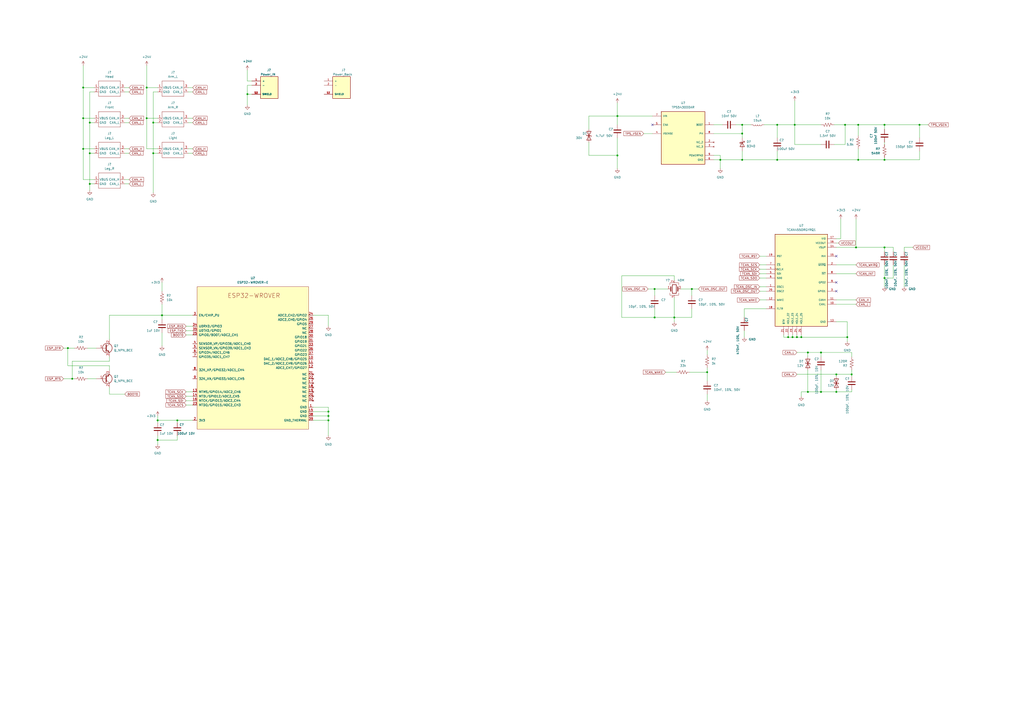
<source format=kicad_sch>
(kicad_sch (version 20211123) (generator eeschema)
  (paper "A2")
  (lib_symbols
    (symbol "Device:C" (pin_numbers hide) (pin_names (offset 0.254))
      (property "Reference" "C" (at 0.635 2.54 0))
      (property "Value" "C" (at 0.635 -2.54 0))
      (symbol "C_0_1"
        (polyline (pts (xy -2.032 -0.762) (xy 2.032 -0.762)) (stroke (width 0.508)))
        (polyline (pts (xy -2.032 0.762) (xy 2.032 0.762)) (stroke (width 0.508)))
      )
      (symbol "C_1_1"
        (pin passive line (at 0 3.81 270) (length 2.794) (name "~") (number "1"))
        (pin passive line (at 0 -3.81 90) (length 2.794) (name "~") (number "2"))
      )
    )
    (symbol "Device:Crystal_GND24" (pin_names (offset 1.016) hide)
      (property "Reference" "Y" (at 3.175 5.08 0))
      (property "Value" "Crystal_GND24" (at 3.175 3.175 0))
      (symbol "Crystal_GND24_0_1"
        (rectangle (start -1.143 2.54) (end 1.143 -2.54) (stroke (width 0.3048)))
        (polyline (pts (xy -2.54 0) (xy -2.032 0)))
        (polyline (pts (xy -2.032 -1.27) (xy -2.032 1.27)) (stroke (width 0.508)))
        (polyline (pts (xy 0 -3.81) (xy 0 -3.556)))
        (polyline (pts (xy 0 3.556) (xy 0 3.81)))
        (polyline (pts (xy 2.032 -1.27) (xy 2.032 1.27)) (stroke (width 0.508)))
        (polyline (pts (xy 2.032 0) (xy 2.54 0)))
        (polyline (pts (xy -2.54 -2.286) (xy -2.54 -3.556) (xy 2.54 -3.556) (xy 2.54 -2.286)))
        (polyline (pts (xy -2.54 2.286) (xy -2.54 3.556) (xy 2.54 3.556) (xy 2.54 2.286)))
      )
      (symbol "Crystal_GND24_1_1"
        (pin passive line (at -3.81 0 0) (length 1.27) (name "1") (number "1"))
        (pin passive line (at 0 5.08 270) (length 1.27) (name "2") (number "2"))
        (pin passive line (at 3.81 0 180) (length 1.27) (name "3") (number "3"))
        (pin passive line (at 0 -5.08 90) (length 1.27) (name "4") (number "4"))
      )
    )
    (symbol "Device:D_TVS" (pin_numbers hide) (pin_names (offset 1.016) hide)
      (property "Reference" "D" (at 0 2.54 0))
      (property "Value" "D_TVS" (at 0 -2.54 0))
      (symbol "D_TVS_0_1"
        (polyline (pts (xy 1.27 0) (xy -1.27 0)))
        (polyline (pts (xy 0.508 1.27) (xy 0 1.27) (xy 0 -1.27) (xy -0.508 -1.27)) (stroke (width 0.254)))
        (polyline (pts (xy -2.54 1.27) (xy -2.54 -1.27) (xy 2.54 1.27) (xy 2.54 -1.27) (xy -2.54 1.27)) (stroke (width 0.254)))
      )
      (symbol "D_TVS_1_1"
        (pin passive line (at -3.81 0 0) (length 2.54) (name "A1") (number "1"))
        (pin passive line (at 3.81 0 180) (length 2.54) (name "A2") (number "2"))
      )
    )
    (symbol "Device:L" (pin_numbers hide) (pin_names (offset 1.016) hide)
      (property "Reference" "L" (at -1.27 0 90))
      (property "Value" "L" (at 1.905 0 90))
      (symbol "L_0_1"
        (arc (start 0 -2.54) (mid 0.635 -1.905) (end 0 -1.27))
        (arc (start 0 -1.27) (mid 0.635 -0.635) (end 0 0))
        (arc (start 0 0) (mid 0.635 0.635) (end 0 1.27))
        (arc (start 0 1.27) (mid 0.635 1.905) (end 0 2.54))
      )
      (symbol "L_1_1"
        (pin passive line (at 0 3.81 270) (length 1.27) (name "1") (number "1"))
        (pin passive line (at 0 -3.81 90) (length 1.27) (name "2") (number "2"))
      )
    )
    (symbol "Device:Q_NPN_BCE" (pin_names (offset 0) hide)
      (property "Reference" "Q" (at 5.08 1.27 0))
      (property "Value" "Q_NPN_BCE" (at 5.08 -1.27 0))
      (symbol "Q_NPN_BCE_0_1"
        (polyline (pts (xy 0.635 0.635) (xy 2.54 2.54)))
        (polyline (pts (xy 0.635 -0.635) (xy 2.54 -2.54) (xy 2.54 -2.54)))
        (polyline (pts (xy 0.635 1.905) (xy 0.635 -1.905) (xy 0.635 -1.905)) (stroke (width 0.508)))
        (polyline (pts (xy 1.27 -1.778) (xy 1.778 -1.27) (xy 2.286 -2.286) (xy 1.27 -1.778) (xy 1.27 -1.778)) (fill (type outline)))
        (circle (center 1.27 0) (radius 2.8194) (stroke (width 0.254)))
      )
      (symbol "Q_NPN_BCE_1_1"
        (pin input line (at -5.08 0 0) (length 5.715) (name "B") (number "1"))
        (pin passive line (at 2.54 5.08 270) (length 2.54) (name "C") (number "2"))
        (pin passive line (at 2.54 -5.08 90) (length 2.54) (name "E") (number "3"))
      )
    )
    (symbol "Device:R_US" (pin_numbers hide) (pin_names (offset 0))
      (property "Reference" "R" (at 2.54 0 90))
      (property "Value" "R_US" (at -2.54 0 90))
      (symbol "R_US_0_1"
        (polyline (pts (xy 0 -2.286) (xy 0 -2.54)))
        (polyline (pts (xy 0 2.286) (xy 0 2.54)))
        (polyline (pts (xy 0 -0.762) (xy 1.016 -1.143) (xy 0 -1.524) (xy -1.016 -1.905) (xy 0 -2.286)))
        (polyline (pts (xy 0 0.762) (xy 1.016 0.381) (xy 0 0) (xy -1.016 -0.381) (xy 0 -0.762)))
        (polyline (pts (xy 0 2.286) (xy 1.016 1.905) (xy 0 1.524) (xy -1.016 1.143) (xy 0 0.762)))
      )
      (symbol "R_US_1_1"
        (pin passive line (at 0 3.81 270) (length 1.27) (name "~") (number "1"))
        (pin passive line (at 0 -3.81 90) (length 1.27) (name "~") (number "2"))
      )
    )
    (symbol "Diode:B340" (pin_numbers hide) (pin_names (offset 1.016) hide)
      (property "Reference" "D" (at 0 2.54 0))
      (property "Value" "B340" (at 0 -2.54 0))
      (symbol "B340_0_1"
        (polyline (pts (xy 1.27 0) (xy -1.27 0)))
        (polyline (pts (xy 1.27 1.27) (xy 1.27 -1.27) (xy -1.27 0) (xy 1.27 1.27)) (stroke (width 0.254)))
        (polyline (pts (xy -1.905 0.635) (xy -1.905 1.27) (xy -1.27 1.27) (xy -1.27 -1.27) (xy -0.635 -1.27) (xy -0.635 -0.635)) (stroke (width 0.254)))
      )
      (symbol "B340_1_1"
        (pin passive line (at -3.81 0 0) (length 2.54) (name "K") (number "1"))
        (pin passive line (at 3.81 0 180) (length 2.54) (name "A") (number "2"))
      )
    )
    (symbol "Espressif:ESP32-WROVER-E" (pin_names (offset 1.016))
      (property "Reference" "U" (at 0 43.18 0))
      (property "Value" "ESP32-WROVER-E" (at 0 -41.91 0))
      (symbol "ESP32-WROVER-E_0_1"
        (rectangle (start 33.02 41.91) (end -31.75 -40.64) (fill (type background)))
      )
      (symbol "ESP32-WROVER-E_1_1"
        (text "ESP32-­WROVER" (at 1.27 36.83 0) (effects (font (size 2.54 2.54))))
        (pin power_in line (at 35.56 -27.94 180) (length 2.54) (name "GND") (number "1"))
        (pin bidirectional line (at 35.56 0 180) (length 2.54) (name "DAC_1/ADC2_CH8/GPIO25") (number "10"))
        (pin bidirectional line (at 35.56 -2.54 180) (length 2.54) (name "DAC_2/ADC2_CH9/GPIO26") (number "11"))
        (pin bidirectional line (at 35.56 -5.08 180) (length 2.54) (name "ADC2_CH7/GPIO27") (number "12"))
        (pin bidirectional line (at -34.29 -19.05 0) (length 2.54) (name "MTMS/GPIO14/ADC2_CH6") (number "13"))
        (pin bidirectional line (at -34.29 -21.59 0) (length 2.54) (name "MTDI/GPIO12/ADC2_CH5") (number "14"))
        (pin power_in line (at 35.56 -30.48 180) (length 2.54) (name "GND") (number "15"))
        (pin bidirectional line (at -34.29 -24.13 0) (length 2.54) (name "MTCK/GPIO13/ADC2_CH4") (number "16"))
        (pin no_connect line (at 35.56 -13.97 180) (length 2.54) (name "NC") (number "17"))
        (pin no_connect line (at 35.56 -16.51 180) (length 2.54) (name "NC") (number "18"))
        (pin no_connect line (at 35.56 -19.05 180) (length 2.54) (name "NC") (number "19"))
        (pin power_in line (at -34.29 -35.56 0) (length 2.54) (name "3V3") (number "2"))
        (pin no_connect line (at 35.56 -21.59 180) (length 2.54) (name "NC") (number "20"))
        (pin no_connect line (at 35.56 -8.89 180) (length 2.54) (name "NC") (number "21"))
        (pin no_connect line (at 35.56 -11.43 180) (length 2.54) (name "NC") (number "22"))
        (pin bidirectional line (at -34.29 -26.67 0) (length 2.54) (name "MTDO/GPIO15/ADC2_CH3") (number "23"))
        (pin bidirectional line (at 35.56 25.4 180) (length 2.54) (name "ADC2_CH2/GPIO2") (number "24"))
        (pin bidirectional line (at -34.29 13.97 0) (length 2.54) (name "GPIO0/BOOT/ADC2_CH1") (number "25"))
        (pin bidirectional line (at 35.56 22.86 180) (length 2.54) (name "ADC2_CH0/GPIO4") (number "26"))
        (pin bidirectional line (at 35.56 17.78 180) (length 2.54) (name "NC") (number "27"))
        (pin bidirectional line (at 35.56 15.24 180) (length 2.54) (name "NC") (number "28"))
        (pin bidirectional line (at 35.56 20.32 180) (length 2.54) (name "GPIO5") (number "29"))
        (pin input line (at -34.29 25.4 0) (length 2.54) (name "EN/CHIP_PU") (number "3"))
        (pin bidirectional line (at 35.56 12.7 180) (length 2.54) (name "GPIO18") (number "30"))
        (pin bidirectional line (at 35.56 10.16 180) (length 2.54) (name "GPIO19") (number "31"))
        (pin no_connect line (at 35.56 -24.13 180) (length 2.54) (name "NC") (number "32"))
        (pin bidirectional line (at 35.56 7.62 180) (length 2.54) (name "GPIO21") (number "33"))
        (pin bidirectional line (at -34.29 19.05 0) (length 2.54) (name "U0RXD/GPIO3") (number "34"))
        (pin bidirectional line (at -34.29 16.51 0) (length 2.54) (name "U0TXD/GPIO1") (number "35"))
        (pin bidirectional line (at 35.56 5.08 180) (length 2.54) (name "GPIO22") (number "36"))
        (pin bidirectional line (at 35.56 2.54 180) (length 2.54) (name "GPIO23") (number "37"))
        (pin power_in line (at 35.56 -33.02 180) (length 2.54) (name "GND") (number "38"))
        (pin power_in line (at 35.56 -35.56 180) (length 2.54) (name "GND_THERMAL") (number "39"))
        (pin input line (at -34.29 8.89 0) (length 2.54) (name "SENSOR_VP/GPIO36/ADC1_CH0") (number "4"))
        (pin input line (at -34.29 6.35 0) (length 2.54) (name "SENSOR_VN/GPIO39/ADC1_CH3") (number "5"))
        (pin input line (at -34.29 3.81 0) (length 2.54) (name "GPIO34/ADC1_CH6") (number "6"))
        (pin input line (at -34.29 1.27 0) (length 2.54) (name "GPIO35/ADC1_CH7") (number "7"))
        (pin bidirectional line (at -34.29 -6.35 0) (length 2.54) (name "32K_XP/GPIO32/ADC1_CH4") (number "8"))
        (pin bidirectional line (at -34.29 -11.43 0) (length 2.54) (name "32K_XN/GPIO33/ADC1_CH5") (number "9"))
      )
    )
    (symbol "Rolling_Custom:TCAN4550RGYRQ1" (pin_names (offset 1.016))
      (property "Reference" "U?" (at 0 30.48 0))
      (property "Value" "TCAN4550RGYRQ1" (at 0 27.94 0))
      (symbol "TCAN4550RGYRQ1_0_0"
        (rectangle (start -15.24 -27.94) (end 15.24 25.4) (stroke (width 0.254)) (fill (type background)))
        (pin input line (at -20.32 -5.08 0) (length 5.08) (name "OSC1") (number "1"))
        (pin bidirectional line (at 20.32 -15.24 180) (length 5.08) (name "CANL") (number "10"))
        (pin bidirectional line (at 20.32 -12.7 180) (length 5.08) (name "CANH") (number "11"))
        (pin input line (at -20.32 -12.7 0) (length 5.08) (name "WAKE") (number "12"))
        (pin power_in line (at 20.32 -25.4 180) (length 5.08) (name "GND") (number "13"))
        (pin power_in line (at 20.32 17.78 180) (length 5.08) (name "VSUP") (number "14"))
        (pin output line (at 20.32 12.7 180) (length 5.08) (name "INH") (number "15"))
        (pin power_in line (at 20.32 20.32 180) (length 5.08) (name "VCCOUT") (number "16"))
        (pin power_in line (at 20.32 22.86 180) (length 5.08) (name "VIO") (number "17"))
        (pin passive line (at -20.32 -17.78 0) (length 5.08) (name "FLTR") (number "18"))
        (pin input line (at -20.32 12.7 0) (length 5.08) (name "RST") (number "19"))
        (pin output line (at 20.32 7.62 180) (length 5.08) (name "~{WKRQ}") (number "2"))
        (pin output line (at -20.32 -7.62 0) (length 5.08) (name "OSC2") (number "20"))
        (pin free line (at -10.16 -33.02 90) (length 5.08) (name "BTM") (number "21"))
        (pin free line (at -7.62 -33.02 90) (length 5.08) (name "HOLE_22") (number "22"))
        (pin free line (at -5.08 -33.02 90) (length 5.08) (name "HOLE_23") (number "23"))
        (pin free line (at -2.54 -33.02 90) (length 5.08) (name "HOLE_24") (number "24"))
        (pin free line (at 0 -33.02 90) (length 5.08) (name "HOLE_25") (number "25"))
        (pin bidirectional line (at 20.32 -7.62 180) (length 5.08) (name "GPIO1") (number "3"))
        (pin input clock (at -20.32 5.08 0) (length 5.08) (name "SCLK") (number "4"))
        (pin input line (at -20.32 2.54 0) (length 5.08) (name "SDI") (number "5"))
        (pin output line (at -20.32 0 0) (length 5.08) (name "SDO") (number "6"))
        (pin input line (at -20.32 7.62 0) (length 5.08) (name "~{CS}") (number "7"))
        (pin output line (at 20.32 2.54 180) (length 5.08) (name "~{INT}") (number "8"))
        (pin output line (at 20.32 -2.54 180) (length 5.08) (name "GPO2") (number "9"))
      )
    )
    (symbol "Rolling_Custom:TPS5430DDAR" (pin_names (offset 1.016))
      (property "Reference" "U" (at -12.7 16.2306 0))
      (property "Value" "TPS5430DDAR" (at -12.7 -19.2278 0))
      (symbol "TPS5430DDAR_0_0"
        (rectangle (start -12.7 -15.24) (end 12.7 15.24) (stroke (width 0.254)) (fill (type background)))
        (pin output line (at 17.78 7.62 180) (length 5.08) (name "BOOT") (number "1"))
        (pin no_connect line (at 17.78 -2.54 180) (length 5.08) (name "NC_2") (number "2"))
        (pin no_connect line (at 17.78 -5.08 180) (length 5.08) (name "NC_3") (number "3"))
        (pin input line (at -17.78 2.54 0) (length 5.08) (name "VSENSE") (number "4"))
        (pin input line (at -17.78 7.62 0) (length 5.08) (name "ENA") (number "5"))
        (pin power_in line (at 17.78 -12.7 180) (length 5.08) (name "GND") (number "6"))
        (pin power_in line (at -17.78 12.7 0) (length 5.08) (name "VIN") (number "7"))
        (pin bidirectional line (at 17.78 2.54 180) (length 5.08) (name "PH") (number "8"))
        (pin power_in line (at 17.78 -10.16 180) (length 5.08) (name "POWERPAD") (number "9"))
      )
    )
    (symbol "Rolling_Custom:XT30PW(2+2)"
      (property "Reference" "J" (at -5.08 3.81 0))
      (property "Value" "XT30PW(2+2)" (at 0 -5.08 0))
      (symbol "XT30PW(2+2)_0_1"
        (rectangle (start -6.35 5.08) (end 6.35 -3.81))
      )
      (symbol "XT30PW(2+2)_1_1"
        (pin power_in line (at -8.89 1.27 0) (length 2.54) (name "VBUS") (number "1"))
        (pin power_in line (at -8.89 -1.27 0) (length 2.54) (name "GND") (number "2"))
        (pin bidirectional line (at 8.89 1.27 180) (length 2.54) (name "CAN_H") (number "3"))
        (pin bidirectional line (at 8.89 -1.27 180) (length 2.54) (name "CAN_L") (number "4"))
      )
    )
    (symbol "Rolling_Custom:XT60PW-F" (pin_names (offset 1.016))
      (property "Reference" "J" (at -5.08 6.35 0))
      (property "Value" "XT60PW-F" (at -5.08 -8.89 0))
      (symbol "XT60PW-F_0_0"
        (rectangle (start -5.08 -7.62) (end 5.08 5.08) (stroke (width 0.254)) (fill (type background)))
        (pin passive line (at -10.16 2.54 0) (length 5.08) (name "+") (number "1"))
        (pin passive line (at -10.16 0 0) (length 5.08) (name "-") (number "2"))
        (pin passive line (at -10.16 -5.08 0) (length 5.08) (name "SHIELD") (number "S1"))
        (pin passive line (at -10.16 -5.08 0) (length 5.08) (name "SHIELD") (number "S2"))
      )
    )
    (symbol "Rolling_Custom:XT60PW-M" (pin_names (offset 1.016))
      (property "Reference" "J" (at -5.08 5.715 0))
      (property "Value" "XT60PW-M" (at -5.08 -5.08 0))
      (symbol "XT60PW-M_0_0"
        (rectangle (start -5.08 5.08) (end 5.08 -7.62) (stroke (width 0.254)) (fill (type background)))
        (pin passive line (at -10.16 2.54 0) (length 5.08) (name "+") (number "1"))
        (pin passive line (at -10.16 0 0) (length 5.08) (name "-") (number "2"))
        (pin passive line (at -10.16 -5.08 0) (length 5.08) (name "SHIELD") (number "S1"))
        (pin passive line (at -10.16 -5.08 0) (length 5.08) (name "SHIELD") (number "S2"))
      )
    )
    (symbol "power:+24V" (power) (pin_names (offset 0))
      (property "Value" "+24V" (at 0 3.556 0))
      (symbol "+24V_0_1"
        (polyline (pts (xy -0.762 1.27) (xy 0 2.54)))
        (polyline (pts (xy 0 0) (xy 0 2.54)))
        (polyline (pts (xy 0 2.54) (xy 0.762 1.27)))
      )
      (symbol "+24V_1_1"
        (pin power_in line (at 0 0 90) (length 0) hide (name "+24V") (number "1"))
      )
    )
    (symbol "power:+3.3V" (power) (pin_names (offset 0))
      (property "Value" "+3.3V" (at 0 3.556 0))
      (symbol "+3.3V_0_1"
        (polyline (pts (xy -0.762 1.27) (xy 0 2.54)))
        (polyline (pts (xy 0 0) (xy 0 2.54)))
        (polyline (pts (xy 0 2.54) (xy 0.762 1.27)))
      )
      (symbol "+3.3V_1_1"
        (pin power_in line (at 0 0 90) (length 0) hide (name "+3V3") (number "1"))
      )
    )
    (symbol "power:+3V3" (power) (pin_names (offset 0))
      (property "Value" "+3V3" (at 0 3.556 0))
      (symbol "+3V3_0_1"
        (polyline (pts (xy -0.762 1.27) (xy 0 2.54)))
        (polyline (pts (xy 0 0) (xy 0 2.54)))
        (polyline (pts (xy 0 2.54) (xy 0.762 1.27)))
      )
      (symbol "+3V3_1_1"
        (pin power_in line (at 0 0 90) (length 0) hide (name "+3V3") (number "1"))
      )
    )
    (symbol "power:GND" (power) (pin_names (offset 0))
      (property "Value" "GND" (at 0 -3.81 0))
      (symbol "GND_0_1"
        (polyline (pts (xy 0 0) (xy 0 -1.27) (xy 1.27 -1.27) (xy 0 -2.54) (xy -1.27 -1.27) (xy 0 -1.27)))
      )
      (symbol "GND_1_1"
        (pin power_in line (at 0 0 270) (length 0) hide (name "GND") (number "1"))
      )
    )
  )
  (junction (at 190.5 241.3))
  (junction (at 93.98 182.88))
  (junction (at 91.44 243.84))
  (junction (at 494.03 217.17))
  (junction (at 464.82 195.58))
  (junction (at 379.73 184.15))
  (junction (at 88.9 88.9))
  (junction (at 461.01 72.39))
  (junction (at 52.07 106.68))
  (junction (at 417.83 92.71))
  (junction (at 391.16 184.15))
  (junction (at 430.53 77.47))
  (junction (at 450.85 92.71))
  (junction (at 485.14 227.33))
  (junction (at 39.37 201.93))
  (junction (at 459.74 195.58))
  (junction (at 85.09 50.8))
  (junction (at 190.5 238.76))
  (junction (at 430.53 72.39))
  (junction (at 497.84 92.71))
  (junction (at 462.28 195.58))
  (junction (at 468.63 227.33))
  (junction (at 513.08 143.51))
  (junction (at 52.07 88.9))
  (junction (at 410.21 215.9))
  (junction (at 85.09 68.58))
  (junction (at 190.5 243.84))
  (junction (at 476.25 204.47))
  (junction (at 513.08 92.71))
  (junction (at 491.49 195.58))
  (junction (at 485.14 217.17))
  (junction (at 513.08 72.39))
  (junction (at 358.14 90.17))
  (junction (at 41.91 219.71))
  (junction (at 48.26 50.8))
  (junction (at 533.4 72.39))
  (junction (at 450.85 72.39))
  (junction (at 476.25 227.33))
  (junction (at 490.22 72.39))
  (junction (at 468.63 204.47))
  (junction (at 379.73 167.64))
  (junction (at 401.32 167.64))
  (junction (at 497.84 72.39))
  (junction (at 457.2 195.58))
  (junction (at 358.14 67.31))
  (junction (at 102.87 243.84))
  (junction (at 88.9 71.12))
  (junction (at 496.57 143.51))
  (junction (at 91.44 255.27))
  (junction (at 52.07 71.12))
  (junction (at 513.08 161.29))
  (junction (at 430.53 92.71))
  (junction (at 48.26 86.36))
  (junction (at 48.26 68.58))
  (junction (at 143.51 54.61))
  (no_connect (at 485.14 168.91))
  (no_connect (at 485.14 163.83))
  (no_connect (at 485.14 148.59))
  (no_connect (at 378.46 72.39))
  (wire (pts (xy 54.61 106.68) (xy 52.07 106.68)))
  (wire (pts (xy 496.57 143.51) (xy 485.14 143.51)))
  (wire (pts (xy 426.72 72.39) (xy 430.53 72.39)))
  (wire (pts (xy 48.26 38.1) (xy 48.26 50.8)))
  (wire (pts (xy 102.87 255.27) (xy 102.87 252.73)))
  (wire (pts (xy 36.83 219.71) (xy 41.91 219.71)))
  (wire (pts (xy 400.05 215.9) (xy 410.21 215.9)))
  (wire (pts (xy 417.83 90.17) (xy 417.83 92.71)))
  (wire (pts (xy 485.14 158.75) (xy 496.57 158.75)))
  (wire (pts (xy 494.03 214.63) (xy 494.03 217.17)))
  (wire (pts (xy 468.63 204.47) (xy 476.25 204.47)))
  (wire (pts (xy 497.84 86.36) (xy 497.84 92.71)))
  (wire (pts (xy 430.53 72.39) (xy 435.61 72.39)))
  (wire (pts (xy 48.26 68.58) (xy 48.26 86.36)))
  (wire (pts (xy 533.4 72.39) (xy 513.08 72.39)))
  (wire (pts (xy 181.61 236.22) (xy 190.5 236.22)))
  (wire (pts (xy 88.9 111.76) (xy 88.9 88.9)))
  (wire (pts (xy 533.4 87.63) (xy 533.4 92.71)))
  (wire (pts (xy 190.5 238.76) (xy 190.5 241.3)))
  (wire (pts (xy 461.01 72.39) (xy 476.25 72.39)))
  (wire (pts (xy 417.83 92.71) (xy 417.83 97.79)))
  (wire (pts (xy 109.22 88.9) (xy 111.76 88.9)))
  (wire (pts (xy 457.2 195.58) (xy 459.74 195.58)))
  (wire (pts (xy 375.92 167.64) (xy 379.73 167.64)))
  (wire (pts (xy 513.08 143.51) (xy 518.16 143.51)))
  (wire (pts (xy 457.2 194.31) (xy 457.2 195.58)))
  (wire (pts (xy 518.16 153.67) (xy 518.16 161.29)))
  (wire (pts (xy 414.02 72.39) (xy 419.1 72.39)))
  (wire (pts (xy 102.87 243.84) (xy 111.76 243.84)))
  (wire (pts (xy 450.85 87.63) (xy 450.85 92.71)))
  (wire (pts (xy 72.39 71.12) (xy 74.93 71.12)))
  (wire (pts (xy 430.53 87.63) (xy 430.53 92.71)))
  (wire (pts (xy 41.91 219.71) (xy 41.91 209.55)))
  (wire (pts (xy 85.09 50.8) (xy 91.44 50.8)))
  (wire (pts (xy 341.63 82.55) (xy 341.63 90.17)))
  (wire (pts (xy 483.87 83.82) (xy 490.22 83.82)))
  (wire (pts (xy 52.07 88.9) (xy 54.61 88.9)))
  (wire (pts (xy 387.35 167.64) (xy 379.73 167.64)))
  (wire (pts (xy 48.26 104.14) (xy 48.26 86.36)))
  (wire (pts (xy 410.21 213.36) (xy 410.21 215.9)))
  (wire (pts (xy 513.08 72.39) (xy 497.84 72.39)))
  (wire (pts (xy 91.44 252.73) (xy 91.44 255.27)))
  (wire (pts (xy 391.16 172.72) (xy 391.16 184.15)))
  (wire (pts (xy 48.26 50.8) (xy 48.26 68.58)))
  (wire (pts (xy 379.73 184.15) (xy 391.16 184.15)))
  (wire (pts (xy 468.63 207.01) (xy 468.63 204.47)))
  (wire (pts (xy 513.08 91.44) (xy 513.08 92.71)))
  (wire (pts (xy 494.03 226.06) (xy 494.03 227.33)))
  (wire (pts (xy 524.51 143.51) (xy 529.59 143.51)))
  (wire (pts (xy 494.03 217.17) (xy 494.03 218.44)))
  (wire (pts (xy 52.07 88.9) (xy 52.07 71.12)))
  (wire (pts (xy 485.14 173.99) (xy 496.57 173.99)))
  (wire (pts (xy 88.9 88.9) (xy 91.44 88.9)))
  (wire (pts (xy 414.02 77.47) (xy 430.53 77.47)))
  (wire (pts (xy 72.39 228.6) (xy 63.5 228.6)))
  (wire (pts (xy 440.69 153.67) (xy 444.5 153.67)))
  (wire (pts (xy 107.95 227.33) (xy 111.76 227.33)))
  (wire (pts (xy 497.84 72.39) (xy 497.84 78.74)))
  (wire (pts (xy 394.97 167.64) (xy 401.32 167.64)))
  (wire (pts (xy 485.14 227.33) (xy 476.25 227.33)))
  (wire (pts (xy 487.68 127) (xy 487.68 138.43)))
  (wire (pts (xy 72.39 50.8) (xy 74.93 50.8)))
  (wire (pts (xy 468.63 214.63) (xy 468.63 227.33)))
  (wire (pts (xy 496.57 143.51) (xy 513.08 143.51)))
  (wire (pts (xy 85.09 68.58) (xy 85.09 86.36)))
  (wire (pts (xy 190.5 241.3) (xy 190.5 243.84)))
  (wire (pts (xy 181.61 241.3) (xy 190.5 241.3)))
  (wire (pts (xy 462.28 217.17) (xy 485.14 217.17)))
  (wire (pts (xy 518.16 143.51) (xy 518.16 146.05)))
  (wire (pts (xy 513.08 143.51) (xy 513.08 146.05)))
  (wire (pts (xy 72.39 106.68) (xy 74.93 106.68)))
  (wire (pts (xy 450.85 92.71) (xy 497.84 92.71)))
  (wire (pts (xy 358.14 67.31) (xy 358.14 59.69)))
  (wire (pts (xy 358.14 67.31) (xy 378.46 67.31)))
  (wire (pts (xy 107.95 229.87) (xy 111.76 229.87)))
  (wire (pts (xy 485.14 186.69) (xy 491.49 186.69)))
  (wire (pts (xy 41.91 219.71) (xy 43.18 219.71)))
  (wire (pts (xy 48.26 68.58) (xy 54.61 68.58)))
  (wire (pts (xy 109.22 53.34) (xy 111.76 53.34)))
  (wire (pts (xy 85.09 68.58) (xy 91.44 68.58)))
  (wire (pts (xy 107.95 232.41) (xy 111.76 232.41)))
  (wire (pts (xy 52.07 71.12) (xy 54.61 71.12)))
  (wire (pts (xy 93.98 182.88) (xy 63.5 182.88)))
  (wire (pts (xy 485.14 217.17) (xy 485.14 218.44)))
  (wire (pts (xy 468.63 227.33) (xy 464.82 227.33)))
  (wire (pts (xy 190.5 236.22) (xy 190.5 238.76)))
  (wire (pts (xy 358.14 90.17) (xy 358.14 97.79)))
  (wire (pts (xy 454.66 194.31) (xy 454.66 195.58)))
  (wire (pts (xy 494.03 204.47) (xy 494.03 207.01)))
  (wire (pts (xy 410.21 215.9) (xy 410.21 220.98)))
  (wire (pts (xy 93.98 193.04) (xy 93.98 200.66)))
  (wire (pts (xy 497.84 92.71) (xy 513.08 92.71)))
  (wire (pts (xy 358.14 80.01) (xy 358.14 90.17)))
  (wire (pts (xy 401.32 179.07) (xy 401.32 184.15)))
  (wire (pts (xy 102.87 243.84) (xy 102.87 245.11)))
  (wire (pts (xy 146.05 49.53) (xy 143.51 49.53)))
  (wire (pts (xy 373.38 77.47) (xy 378.46 77.47)))
  (wire (pts (xy 431.8 179.07) (xy 431.8 184.15)))
  (wire (pts (xy 91.44 255.27) (xy 102.87 255.27)))
  (wire (pts (xy 430.53 77.47) (xy 430.53 72.39)))
  (wire (pts (xy 518.16 161.29) (xy 513.08 161.29)))
  (wire (pts (xy 450.85 72.39) (xy 450.85 80.01)))
  (wire (pts (xy 401.32 167.64) (xy 405.13 167.64)))
  (wire (pts (xy 63.5 207.01) (xy 63.5 209.55)))
  (wire (pts (xy 464.82 227.33) (xy 464.82 229.87)))
  (wire (pts (xy 494.03 217.17) (xy 485.14 217.17)))
  (wire (pts (xy 109.22 71.12) (xy 111.76 71.12)))
  (wire (pts (xy 379.73 179.07) (xy 379.73 184.15)))
  (wire (pts (xy 379.73 167.64) (xy 379.73 171.45)))
  (wire (pts (xy 91.44 255.27) (xy 91.44 257.81)))
  (wire (pts (xy 485.14 153.67) (xy 496.57 153.67)))
  (wire (pts (xy 143.51 49.53) (xy 143.51 54.61)))
  (wire (pts (xy 88.9 71.12) (xy 88.9 53.34)))
  (wire (pts (xy 54.61 104.14) (xy 48.26 104.14)))
  (wire (pts (xy 485.14 176.53) (xy 496.57 176.53)))
  (wire (pts (xy 85.09 38.1) (xy 85.09 50.8)))
  (wire (pts (xy 468.63 204.47) (xy 462.28 204.47)))
  (wire (pts (xy 410.21 203.2) (xy 410.21 205.74)))
  (wire (pts (xy 52.07 106.68) (xy 52.07 88.9)))
  (wire (pts (xy 52.07 106.68) (xy 52.07 110.49)))
  (wire (pts (xy 386.08 215.9) (xy 392.43 215.9)))
  (wire (pts (xy 476.25 83.82) (xy 461.01 83.82)))
  (wire (pts (xy 72.39 86.36) (xy 74.93 86.36)))
  (wire (pts (xy 360.68 160.02) (xy 360.68 184.15)))
  (wire (pts (xy 85.09 86.36) (xy 91.44 86.36)))
  (wire (pts (xy 143.51 54.61) (xy 143.51 60.96)))
  (wire (pts (xy 50.8 201.93) (xy 55.88 201.93)))
  (wire (pts (xy 107.95 194.31) (xy 111.76 194.31)))
  (wire (pts (xy 450.85 72.39) (xy 443.23 72.39)))
  (wire (pts (xy 485.14 226.06) (xy 485.14 227.33)))
  (wire (pts (xy 491.49 186.69) (xy 491.49 195.58)))
  (wire (pts (xy 63.5 228.6) (xy 63.5 224.79)))
  (wire (pts (xy 401.32 184.15) (xy 391.16 184.15)))
  (wire (pts (xy 181.61 238.76) (xy 190.5 238.76)))
  (wire (pts (xy 181.61 182.88) (xy 190.5 182.88)))
  (wire (pts (xy 461.01 83.82) (xy 461.01 72.39)))
  (wire (pts (xy 513.08 161.29) (xy 513.08 153.67)))
  (wire (pts (xy 464.82 194.31) (xy 464.82 195.58)))
  (wire (pts (xy 48.26 86.36) (xy 54.61 86.36)))
  (wire (pts (xy 524.51 146.05) (xy 524.51 143.51)))
  (wire (pts (xy 490.22 72.39) (xy 483.87 72.39)))
  (wire (pts (xy 440.69 166.37) (xy 444.5 166.37)))
  (wire (pts (xy 91.44 241.3) (xy 91.44 243.84)))
  (wire (pts (xy 440.69 173.99) (xy 444.5 173.99)))
  (wire (pts (xy 414.02 90.17) (xy 417.83 90.17)))
  (wire (pts (xy 102.87 243.84) (xy 91.44 243.84)))
  (wire (pts (xy 72.39 68.58) (xy 74.93 68.58)))
  (wire (pts (xy 524.51 153.67) (xy 524.51 166.37)))
  (wire (pts (xy 440.69 156.21) (xy 444.5 156.21)))
  (wire (pts (xy 72.39 104.14) (xy 74.93 104.14)))
  (wire (pts (xy 459.74 194.31) (xy 459.74 195.58)))
  (wire (pts (xy 410.21 228.6) (xy 410.21 232.41)))
  (wire (pts (xy 107.95 191.77) (xy 111.76 191.77)))
  (wire (pts (xy 190.5 243.84) (xy 190.5 252.73)))
  (wire (pts (xy 72.39 88.9) (xy 74.93 88.9)))
  (wire (pts (xy 401.32 167.64) (xy 401.32 171.45)))
  (wire (pts (xy 454.66 195.58) (xy 457.2 195.58)))
  (wire (pts (xy 431.8 179.07) (xy 444.5 179.07)))
  (wire (pts (xy 93.98 163.83) (xy 93.98 168.91)))
  (wire (pts (xy 476.25 227.33) (xy 468.63 227.33)))
  (wire (pts (xy 440.69 161.29) (xy 444.5 161.29)))
  (wire (pts (xy 41.91 209.55) (xy 63.5 209.55)))
  (wire (pts (xy 414.02 92.71) (xy 417.83 92.71)))
  (wire (pts (xy 491.49 195.58) (xy 491.49 198.12)))
  (wire (pts (xy 459.74 195.58) (xy 462.28 195.58)))
  (wire (pts (xy 39.37 212.09) (xy 63.5 212.09)))
  (wire (pts (xy 461.01 58.42) (xy 461.01 72.39)))
  (wire (pts (xy 341.63 90.17) (xy 358.14 90.17)))
  (wire (pts (xy 85.09 50.8) (xy 85.09 68.58)))
  (wire (pts (xy 513.08 82.55) (xy 513.08 83.82)))
  (wire (pts (xy 513.08 72.39) (xy 513.08 74.93)))
  (wire (pts (xy 497.84 72.39) (xy 490.22 72.39)))
  (wire (pts (xy 93.98 182.88) (xy 111.76 182.88)))
  (wire (pts (xy 107.95 189.23) (xy 111.76 189.23)))
  (wire (pts (xy 440.69 148.59) (xy 444.5 148.59)))
  (wire (pts (xy 341.63 67.31) (xy 341.63 74.93)))
  (wire (pts (xy 72.39 53.34) (xy 74.93 53.34)))
  (wire (pts (xy 485.14 138.43) (xy 487.68 138.43)))
  (wire (pts (xy 431.8 191.77) (xy 431.8 195.58)))
  (wire (pts (xy 48.26 50.8) (xy 54.61 50.8)))
  (wire (pts (xy 464.82 195.58) (xy 491.49 195.58)))
  (wire (pts (xy 88.9 53.34) (xy 91.44 53.34)))
  (wire (pts (xy 358.14 67.31) (xy 341.63 67.31)))
  (wire (pts (xy 190.5 182.88) (xy 190.5 189.23)))
  (wire (pts (xy 496.57 127) (xy 496.57 143.51)))
  (wire (pts (xy 107.95 234.95) (xy 111.76 234.95)))
  (wire (pts (xy 39.37 201.93) (xy 43.18 201.93)))
  (wire (pts (xy 513.08 92.71) (xy 533.4 92.71)))
  (wire (pts (xy 462.28 194.31) (xy 462.28 195.58)))
  (wire (pts (xy 109.22 50.8) (xy 111.76 50.8)))
  (wire (pts (xy 461.01 72.39) (xy 450.85 72.39)))
  (wire (pts (xy 513.08 161.29) (xy 513.08 166.37)))
  (wire (pts (xy 476.25 204.47) (xy 494.03 204.47)))
  (wire (pts (xy 63.5 212.09) (xy 63.5 214.63)))
  (wire (pts (xy 93.98 182.88) (xy 93.98 185.42)))
  (wire (pts (xy 391.16 160.02) (xy 360.68 160.02)))
  (wire (pts (xy 450.85 92.71) (xy 430.53 92.71)))
  (wire (pts (xy 391.16 162.56) (xy 391.16 160.02)))
  (wire (pts (xy 485.14 140.97) (xy 486.41 140.97)))
  (wire (pts (xy 391.16 184.15) (xy 391.16 186.69)))
  (wire (pts (xy 533.4 72.39) (xy 538.48 72.39)))
  (wire (pts (xy 430.53 77.47) (xy 430.53 80.01)))
  (wire (pts (xy 36.83 201.93) (xy 39.37 201.93)))
  (wire (pts (xy 430.53 92.71) (xy 417.83 92.71)))
  (wire (pts (xy 50.8 219.71) (xy 55.88 219.71)))
  (wire (pts (xy 462.28 195.58) (xy 464.82 195.58)))
  (wire (pts (xy 39.37 201.93) (xy 39.37 212.09)))
  (wire (pts (xy 476.25 214.63) (xy 476.25 227.33)))
  (wire (pts (xy 143.51 46.99) (xy 143.51 40.64)))
  (wire (pts (xy 52.07 53.34) (xy 54.61 53.34)))
  (wire (pts (xy 476.25 204.47) (xy 476.25 207.01)))
  (wire (pts (xy 360.68 184.15) (xy 379.73 184.15)))
  (wire (pts (xy 485.14 227.33) (xy 494.03 227.33)))
  (wire (pts (xy 490.22 83.82) (xy 490.22 72.39)))
  (wire (pts (xy 91.44 243.84) (xy 91.44 245.11)))
  (wire (pts (xy 88.9 88.9) (xy 88.9 71.12)))
  (wire (pts (xy 181.61 243.84) (xy 190.5 243.84)))
  (wire (pts (xy 93.98 176.53) (xy 93.98 182.88)))
  (wire (pts (xy 88.9 71.12) (xy 91.44 71.12)))
  (wire (pts (xy 440.69 168.91) (xy 444.5 168.91)))
  (wire (pts (xy 358.14 67.31) (xy 358.14 72.39)))
  (wire (pts (xy 109.22 86.36) (xy 111.76 86.36)))
  (wire (pts (xy 533.4 72.39) (xy 533.4 80.01)))
  (wire (pts (xy 146.05 46.99) (xy 143.51 46.99)))
  (wire (pts (xy 440.69 158.75) (xy 444.5 158.75)))
  (wire (pts (xy 109.22 68.58) (xy 111.76 68.58)))
  (wire (pts (xy 63.5 182.88) (xy 63.5 196.85)))
  (wire (pts (xy 52.07 71.12) (xy 52.07 53.34)))
  (wire (pts (xy 146.05 54.61) (xy 143.51 54.61)))
  (global_label "TCAN_OSC_IN" (shape input) (at 375.92 167.64 180) (property "Intersheet References" "${INTERSHEET_REFS}" (effects hide)))
  (global_label "ESP_DTR" (shape input) (at 36.83 201.93 180) (property "Intersheet References" "${INTERSHEET_REFS}" (effects hide)))
  (global_label "CAN_L" (shape input) (at 74.93 106.68 0) (property "Intersheet References" "${INTERSHEET_REFS}" (effects hide)))
  (global_label "CAN_H" (shape input) (at 111.76 86.36 0) (property "Intersheet References" "${INTERSHEET_REFS}" (effects hide)))
  (global_label "TCAN_WKRQ" (shape input) (at 496.57 153.67 0) (property "Intersheet References" "${INTERSHEET_REFS}" (effects hide)))
  (global_label "ESP_TXD" (shape input) (at 107.95 191.77 180) (property "Intersheet References" "${INTERSHEET_REFS}" (effects hide)))
  (global_label "TCAN_SDO" (shape input) (at 107.95 229.87 180) (property "Intersheet References" "${INTERSHEET_REFS}" (effects hide)))
  (global_label "TCAN_SDO" (shape input) (at 440.69 161.29 180) (property "Intersheet References" "${INTERSHEET_REFS}" (effects hide)))
  (global_label "CAN_L" (shape input) (at 462.28 204.47 180) (property "Intersheet References" "${INTERSHEET_REFS}" (effects hide)))
  (global_label "CAN_L" (shape input) (at 74.93 53.34 0) (property "Intersheet References" "${INTERSHEET_REFS}" (effects hide)))
  (global_label "CAN_H" (shape input) (at 74.93 50.8 0) (property "Intersheet References" "${INTERSHEET_REFS}" (effects hide)))
  (global_label "CAN_H" (shape input) (at 462.28 217.17 180) (property "Intersheet References" "${INTERSHEET_REFS}" (effects hide)))
  (global_label "CAN_L" (shape input) (at 111.76 88.9 0) (property "Intersheet References" "${INTERSHEET_REFS}" (effects hide)))
  (global_label "TCAN_SCK" (shape input) (at 440.69 156.21 180) (property "Intersheet References" "${INTERSHEET_REFS}" (effects hide)))
  (global_label "TCAN_WAKE" (shape input) (at 386.08 215.9 180) (property "Intersheet References" "${INTERSHEET_REFS}" (effects hide)))
  (global_label "CAN_L" (shape input) (at 74.93 88.9 0) (property "Intersheet References" "${INTERSHEET_REFS}" (effects hide)))
  (global_label "TCAN_OSC_OUT" (shape input) (at 405.13 167.64 0) (property "Intersheet References" "${INTERSHEET_REFS}" (effects hide)))
  (global_label "VCCOUT" (shape input) (at 486.41 140.97 0) (property "Intersheet References" "${INTERSHEET_REFS}" (effects hide)))
  (global_label "TCAN_INT" (shape input) (at 496.57 158.75 0) (property "Intersheet References" "${INTERSHEET_REFS}" (effects hide)))
  (global_label "TCAN_SDI" (shape input) (at 440.69 158.75 180) (property "Intersheet References" "${INTERSHEET_REFS}" (effects hide)))
  (global_label "VCCOUT" (shape input) (at 529.59 143.51 0) (property "Intersheet References" "${INTERSHEET_REFS}" (effects hide)))
  (global_label "ESP_RTS" (shape input) (at 36.83 219.71 180) (property "Intersheet References" "${INTERSHEET_REFS}" (effects hide)))
  (global_label "CAN_L" (shape input) (at 496.57 176.53 0) (property "Intersheet References" "${INTERSHEET_REFS}" (effects hide)))
  (global_label "CAN_L" (shape input) (at 111.76 71.12 0) (property "Intersheet References" "${INTERSHEET_REFS}" (effects hide)))
  (global_label "CAN_H" (shape input) (at 74.93 86.36 0) (property "Intersheet References" "${INTERSHEET_REFS}" (effects hide)))
  (global_label "TCAN_OSC_OUT" (shape input) (at 440.69 168.91 180) (property "Intersheet References" "${INTERSHEET_REFS}" (effects hide)))
  (global_label "TCAN_RST" (shape input) (at 440.69 148.59 180) (property "Intersheet References" "${INTERSHEET_REFS}" (effects hide)))
  (global_label "TPS_VSEN" (shape input) (at 373.38 77.47 180) (property "Intersheet References" "${INTERSHEET_REFS}" (effects hide)))
  (global_label "CAN_H" (shape input) (at 496.57 173.99 0) (property "Intersheet References" "${INTERSHEET_REFS}" (effects hide)))
  (global_label "CAN_H" (shape input) (at 74.93 104.14 0) (property "Intersheet References" "${INTERSHEET_REFS}" (effects hide)))
  (global_label "CAN_L" (shape input) (at 111.76 53.34 0) (property "Intersheet References" "${INTERSHEET_REFS}" (effects hide)))
  (global_label "TPS_VSEN" (shape input) (at 538.48 72.39 0) (property "Intersheet References" "${INTERSHEET_REFS}" (effects hide)))
  (global_label "TCAN_SDI" (shape input) (at 107.95 232.41 180) (property "Intersheet References" "${INTERSHEET_REFS}" (effects hide)))
  (global_label "CAN_H" (shape input) (at 111.76 68.58 0) (property "Intersheet References" "${INTERSHEET_REFS}" (effects hide)))
  (global_label "CAN_H" (shape input) (at 111.76 50.8 0) (property "Intersheet References" "${INTERSHEET_REFS}" (effects hide)))
  (global_label "TCAN_OSC_IN" (shape input) (at 440.69 166.37 180) (property "Intersheet References" "${INTERSHEET_REFS}" (effects hide)))
  (global_label "TCAN_WAKE" (shape input) (at 440.69 173.99 180) (property "Intersheet References" "${INTERSHEET_REFS}" (effects hide)))
  (global_label "ESP_RXD" (shape input) (at 107.95 189.23 180) (property "Intersheet References" "${INTERSHEET_REFS}" (effects hide)))
  (global_label "CAN_H" (shape input) (at 74.93 68.58 0) (property "Intersheet References" "${INTERSHEET_REFS}" (effects hide)))
  (global_label "CAN_L" (shape input) (at 74.93 71.12 0) (property "Intersheet References" "${INTERSHEET_REFS}" (effects hide)))
  (global_label "TCAN_SCK" (shape input) (at 107.95 227.33 180) (property "Intersheet References" "${INTERSHEET_REFS}" (effects hide)))
  (global_label "TCAN_SCS" (shape input) (at 440.69 153.67 180) (property "Intersheet References" "${INTERSHEET_REFS}" (effects hide)))
  (global_label "TCAN_SCS" (shape input) (at 107.95 234.95 180) (property "Intersheet References" "${INTERSHEET_REFS}" (effects hide)))
  (global_label "BOOT0" (shape input) (at 72.39 228.6 0) (property "Intersheet References" "${INTERSHEET_REFS}" (effects hide)))
  (global_label "BOOT0" (shape input) (at 107.95 194.31 180) (property "Intersheet References" "${INTERSHEET_REFS}" (effects hide)))
  (symbol (lib_id "Rolling_Custom:XT60PW-F") (at 156.21 49.53 0) (unit 1)
    (property "Reference" "J?" (at 154.94 40.64 0) (effects (justify left)))
    (property "Value" "Power_IN" (at 151.13 43.18 0) (effects (justify left)))
    (property "Footprint" "Rolling_Custom:AMASS_XT60PW-F" (effects hide))
    (property "MAXIMUM_PACKAGE_HEIGHT" "8.4 mm" (effects hide))
    (property "MANUFACTURER" "AMASS" (effects hide))
    (property "PARTREV" "V1.2" (effects hide))
    (property "STANDARD" "Manufacturer Recommendations" (effects hide))
  )
  (symbol (lib_id "power:+24V") (at 85.09 38.1 0) (unit 1)
    (property "Reference" "#PWR?" (effects hide))
    (property "Value" "+24V" (at 85.09 33.02 0))
  )
  (symbol (lib_id "power:GND") (at 190.5 252.73 0) (unit 1)
    (property "Reference" "#PWR?" (effects hide))
    (property "Value" "GND" (at 190.5 257.81 0))
  )
  (symbol (lib_id "power:+3V3") (at 93.98 163.83 0) (unit 1)
    (property "Reference" "#PWR?" (effects hide))
    (property "Value" "+3V3" (at 90.17 163.83 0))
  )
  (symbol (lib_id "power:GND") (at 513.08 166.37 0) (unit 1)
    (property "Reference" "#PWR?" (effects hide))
    (property "Value" "GND" (at 515.62 167.6399 0) (effects (justify left)))
  )
  (symbol (lib_id "Device:R_US") (at 497.84 82.55 0) (mirror y) (unit 1)
    (property "Reference" "R?" (at 495.3 81.2799 0) (effects (justify left)))
    (property "Value" "5.9k" (at 495.3 83.8199 0) (effects (justify left)))
    (property "Footprint" "Resistor_SMD:R_0402_1005Metric" (effects hide))
  )
  (symbol (lib_id "power:+3.3V") (at 487.68 127 0) (unit 1)
    (property "Reference" "#PWR?" (effects hide))
    (property "Value" "+3.3V" (at 487.68 121.92 0))
  )
  (symbol (lib_id "Device:R_US") (at 480.06 72.39 270) (mirror x) (unit 1)
    (property "Reference" "R?" (at 480.06 66.04 90))
    (property "Value" "10k" (at 480.06 68.58 90))
    (property "Footprint" "Resistor_SMD:R_0402_1005Metric" (effects hide))
  )
  (symbol (lib_id "Device:C") (at 422.91 72.39 90) (unit 1)
    (property "Reference" "C?" (at 422.91 64.77 90))
    (property "Value" "10nf 50V" (at 422.91 67.31 90))
    (property "Footprint" "Capacitor_SMD:C_0402_1005Metric" (effects hide))
  )
  (symbol (lib_id "Device:Crystal_GND24") (at 391.16 167.64 0) (unit 1)
    (property "Reference" "Y?" (at 387.35 162.56 0))
    (property "Value" "40M" (at 394.97 162.56 0))
    (property "Footprint" "Oscillator:Oscillator_SMD_EuroQuartz_XO32-4Pin_3.2x2.5mm" (effects hide))
  )
  (symbol (lib_id "Rolling_Custom:TPS5430DDAR") (at 396.24 80.01 0) (unit 1)
    (property "Reference" "U?" (at 396.24 59.69 0))
    (property "Value" "TPS5430DDAR" (at 396.24 62.23 0))
    (property "Footprint" "Rolling_Custom:TPS5430DDAR" (effects hide))
    (property "PARTREV" "I" (effects hide))
    (property "MANUFACTURER" "Texas Instruments" (effects hide))
    (property "STANDARD" "Manufacturer Recommendations" (effects hide))
    (property "MAXIMUM_PACKAGE_HEIGHT" "1.70 mm" (effects hide))
  )
  (symbol (lib_id "Device:C") (at 102.87 248.92 180) (unit 1)
    (property "Reference" "C?" (at 105.41 246.38 0))
    (property "Value" "100uf 10V" (at 107.95 251.46 0))
    (property "Footprint" "Capacitor_SMD:C_0805_2012Metric" (effects hide))
  )
  (symbol (lib_id "power:GND") (at 391.16 186.69 0) (unit 1)
    (property "Reference" "#PWR?" (effects hide))
    (property "Value" "GND" (at 391.16 191.77 0))
  )
  (symbol (lib_id "Rolling_Custom:XT30PW(2+2)") (at 100.33 69.85 0) (unit 1)
    (property "Reference" "J?" (at 100.33 59.69 0))
    (property "Value" "Arm_R" (at 100.33 62.23 0))
    (property "Footprint" "Rolling_Custom:XT30PW(2+2)" (effects hide))
  )
  (symbol (lib_id "power:GND") (at 358.14 97.79 0) (unit 1)
    (property "Reference" "#PWR?" (effects hide))
    (property "Value" "GND" (at 358.14 102.87 0))
  )
  (symbol (lib_id "Device:C") (at 358.14 76.2 0) (unit 1)
    (property "Reference" "C?" (at 353.06 74.93 0) (effects (justify left)))
    (property "Value" "4.7uF 50V" (at 345.44 78.74 0) (effects (justify left)))
    (property "Footprint" "Capacitor_SMD:C_0805_2012Metric" (effects hide))
  )
  (symbol (lib_id "Device:D_TVS") (at 341.63 78.74 90) (unit 1)
    (property "Reference" "D?" (at 337.82 77.47 90) (effects (justify right)))
    (property "Value" "30V" (at 334.01 80.01 90) (effects (justify right)))
    (property "Footprint" "Diode_SMD:D_SMA" (effects hide))
  )
  (symbol (lib_id "Device:Q_NPN_BCE") (at 60.96 201.93 0) (unit 1)
    (property "Reference" "Q?" (at 66.04 200.6599 0) (effects (justify left)))
    (property "Value" "Q_NPN_BCE" (at 66.04 203.1999 0) (effects (justify left)))
    (property "Footprint" "Package_TO_SOT_SMD:SOT-23" (effects hide))
  )
  (symbol (lib_id "Device:C") (at 476.25 210.82 180) (unit 1)
    (property "Reference" "C?" (at 474.98 208.28 0) (effects (justify left)))
    (property "Value" "100pF, 10%, 10V" (at 473.71 212.09 90) (effects (justify left)))
    (property "Footprint" "Capacitor_SMD:C_0402_1005Metric" (effects hide))
  )
  (symbol (lib_id "Espressif:ESP32-WROVER-E") (at 146.05 208.28 0) (unit 1)
    (property "Reference" "U?" (at 146.685 161.29 0))
    (property "Value" "ESP32-WROVER-E" (at 146.685 163.83 0))
    (property "Footprint" "Espressif:ESP32-WROVER-E" (effects hide))
    (property "Datasheet" "https://www.espressif.com/sites/default/files/documentation/esp32-wrover-e_esp32-wrover-ie_datasheet_en.pdf" (effects hide))
  )
  (symbol (lib_id "power:+3V3") (at 461.01 58.42 0) (unit 1)
    (property "Reference" "#PWR?" (effects hide))
    (property "Value" "+3V3" (at 461.01 53.34 0))
  )
  (symbol (lib_id "Rolling_Custom:XT30PW(2+2)") (at 63.5 52.07 0) (unit 1)
    (property "Reference" "J?" (at 63.5 41.91 0))
    (property "Value" "Head" (at 63.5 44.45 0))
    (property "Footprint" "Rolling_Custom:XT30PW(2+2)" (effects hide))
  )
  (symbol (lib_id "Device:C") (at 379.73 175.26 180) (unit 1)
    (property "Reference" "C?" (at 383.54 173.9899 0) (effects (justify right)))
    (property "Value" "10pF, 10%, 50V" (at 364.49 177.8 0) (effects (justify right)))
    (property "Footprint" "Capacitor_SMD:C_0402_1005Metric" (effects hide))
  )
  (symbol (lib_id "power:GND") (at 431.8 195.58 0) (unit 1)
    (property "Reference" "#PWR?" (effects hide))
    (property "Value" "GND" (at 434.34 196.8499 0) (effects (justify left)))
  )
  (symbol (lib_id "Device:R_US") (at 46.99 219.71 90) (unit 1)
    (property "Reference" "R?" (at 46.99 213.36 90))
    (property "Value" "10k" (at 46.99 215.9 90))
    (property "Footprint" "Resistor_SMD:R_0402_1005Metric" (effects hide))
  )
  (symbol (lib_id "power:+24V") (at 358.14 59.69 0) (unit 1)
    (property "Reference" "#PWR?" (effects hide))
    (property "Value" "+24V" (at 358.14 54.61 0))
  )
  (symbol (lib_id "Rolling_Custom:XT30PW(2+2)") (at 100.33 52.07 0) (unit 1)
    (property "Reference" "J?" (at 100.33 41.91 0))
    (property "Value" "Arm_L" (at 100.33 44.45 0))
    (property "Footprint" "Rolling_Custom:XT30PW(2+2)" (effects hide))
  )
  (symbol (lib_id "Device:C") (at 518.16 149.86 0) (unit 1)
    (property "Reference" "C?" (at 519.43 148.59 90) (effects (justify left)))
    (property "Value" "10uF, 10%, 50V" (at 519.43 166.37 90) (effects (justify left)))
    (property "Footprint" "Capacitor_SMD:C_0603_1608Metric" (effects hide))
  )
  (symbol (lib_id "Device:R_US") (at 46.99 201.93 90) (unit 1)
    (property "Reference" "R?" (at 46.99 195.58 90))
    (property "Value" "10k" (at 46.99 198.12 90))
    (property "Footprint" "Resistor_SMD:R_0402_1005Metric" (effects hide))
  )
  (symbol (lib_id "power:+24V") (at 48.26 38.1 0) (unit 1)
    (property "Reference" "#PWR?" (effects hide))
    (property "Value" "+24V" (at 48.26 33.02 0))
  )
  (symbol (lib_id "Device:C") (at 480.06 83.82 270) (mirror x) (unit 1)
    (property "Reference" "C?" (at 480.06 76.2 90))
    (property "Value" "1.5nf 50V" (at 480.06 78.74 90))
    (property "Footprint" "Capacitor_SMD:C_0402_1005Metric" (effects hide))
  )
  (symbol (lib_id "Device:R_US") (at 93.98 172.72 180) (unit 1)
    (property "Reference" "R?" (at 96.52 171.4499 0) (effects (justify right)))
    (property "Value" "10k" (at 96.52 173.9899 0) (effects (justify right)))
    (property "Footprint" "Resistor_SMD:R_0402_1005Metric" (effects hide))
  )
  (symbol (lib_id "Device:C") (at 524.51 149.86 0) (unit 1)
    (property "Reference" "C?" (at 525.78 148.59 90) (effects (justify left)))
    (property "Value" "10uF, 10%, 50V" (at 525.78 166.37 90) (effects (justify left)))
    (property "Footprint" "Capacitor_SMD:C_0603_1608Metric" (effects hide))
  )
  (symbol (lib_id "power:+3V3") (at 91.44 241.3 0) (unit 1)
    (property "Reference" "#PWR?" (effects hide))
    (property "Value" "+3V3" (at 87.63 241.3 0))
  )
  (symbol (lib_id "power:GND") (at 491.49 198.12 0) (unit 1)
    (property "Reference" "#PWR?" (effects hide))
    (property "Value" "GND" (at 491.49 203.2 0))
  )
  (symbol (lib_id "power:+24V") (at 410.21 203.2 0) (unit 1)
    (property "Reference" "#PWR?" (effects hide))
    (property "Value" "+24V" (at 410.21 198.12 0))
  )
  (symbol (lib_id "Device:L") (at 439.42 72.39 270) (unit 1)
    (property "Reference" "L?" (at 439.42 67.31 90))
    (property "Value" "15uh" (at 439.42 69.85 90))
    (property "Footprint" "Inductor_SMD:L_0603_1608Metric" (effects hide))
  )
  (symbol (lib_id "Device:R_US") (at 513.08 87.63 0) (mirror y) (unit 1)
    (property "Reference" "R?" (at 510.54 86.3599 0) (effects (justify left)))
    (property "Value" "549R" (at 510.54 88.8999 0) (effects (justify left)))
    (property "Footprint" "Resistor_SMD:R_0201_0603Metric" (effects hide))
  )
  (symbol (lib_id "power:+24V") (at 496.57 127 0) (unit 1)
    (property "Reference" "#PWR?" (effects hide))
    (property "Value" "+24V" (at 496.57 121.92 0))
  )
  (symbol (lib_id "Device:D_TVS") (at 468.63 210.82 270) (unit 1)
    (property "Reference" "D?" (at 466.09 209.55 90) (effects (justify right)))
    (property "Value" "12V" (at 466.09 212.09 90) (effects (justify right)))
    (property "Footprint" "Diode_SMD:D_SOD-323" (effects hide))
  )
  (symbol (lib_id "Device:Q_NPN_BCE") (at 60.96 219.71 0) (mirror x) (unit 1)
    (property "Reference" "Q?" (at 66.04 218.4399 0) (effects (justify left)))
    (property "Value" "Q_NPN_BCE" (at 66.04 220.9799 0) (effects (justify left)))
    (property "Footprint" "Package_TO_SOT_SMD:SOT-23" (effects hide))
  )
  (symbol (lib_id "power:GND") (at 464.82 229.87 0) (unit 1)
    (property "Reference" "#PWR?" (effects hide))
    (property "Value" "GND" (at 464.82 234.95 0))
  )
  (symbol (lib_id "power:GND") (at 190.5 189.23 0) (unit 1)
    (property "Reference" "#PWR?" (effects hide))
    (property "Value" "GND" (at 190.5 194.31 0))
  )
  (symbol (lib_id "Device:C") (at 91.44 248.92 180) (unit 1)
    (property "Reference" "C?" (at 93.98 246.38 0))
    (property "Value" "1uf 10V" (at 96.52 251.46 0))
    (property "Footprint" "Capacitor_SMD:C_0805_2012Metric" (effects hide))
  )
  (symbol (lib_id "power:GND") (at 88.9 111.76 0) (unit 1)
    (property "Reference" "#PWR?" (effects hide))
    (property "Value" "GND" (at 88.9 116.84 0))
  )
  (symbol (lib_id "power:+24V") (at 143.51 40.64 0) (unit 1)
    (property "Reference" "#PWR?" (effects hide))
    (property "Value" "+24V" (at 143.51 35.56 0))
  )
  (symbol (lib_id "Device:C") (at 93.98 189.23 180) (unit 1)
    (property "Reference" "C?" (at 90.17 186.69 0))
    (property "Value" "1uf 10V" (at 88.9 191.77 0))
    (property "Footprint" "Capacitor_SMD:C_0805_2012Metric" (effects hide))
  )
  (symbol (lib_id "Device:C") (at 431.8 187.96 0) (unit 1)
    (property "Reference" "C?" (at 433.07 186.69 90) (effects (justify left)))
    (property "Value" "470nF, 10%, 50V" (at 427.99 205.74 90) (effects (justify left)))
    (property "Footprint" "Capacitor_SMD:C_0603_1608Metric" (effects hide))
  )
  (symbol (lib_id "Rolling_Custom:XT30PW(2+2)") (at 63.5 105.41 0) (unit 1)
    (property "Reference" "J?" (at 63.5 95.25 0))
    (property "Value" "Leg_R" (at 63.5 97.79 0))
    (property "Footprint" "Rolling_Custom:XT30PW(2+2)" (effects hide))
  )
  (symbol (lib_id "Device:R_US") (at 494.03 210.82 180) (unit 1)
    (property "Reference" "R?" (at 491.49 212.0901 0) (effects (justify left)))
    (property "Value" "120R" (at 491.49 209.5501 0) (effects (justify left)))
    (property "Footprint" "Resistor_SMD:R_0402_1005Metric" (effects hide))
  )
  (symbol (lib_id "power:GND") (at 91.44 257.81 0) (unit 1)
    (property "Reference" "#PWR?" (effects hide))
    (property "Value" "GND" (at 91.44 262.89 0))
  )
  (symbol (lib_id "Rolling_Custom:TCAN4550RGYRQ1") (at 464.82 161.29 0) (unit 1)
    (property "Reference" "U?" (at 464.82 130.81 0))
    (property "Value" "TCAN4550RGYRQ1" (at 464.82 133.35 0))
    (property "Footprint" "Rolling_Custom:VQFN20" (effects hide))
    (property "MANUFACTURER" "Texas Instruments" (effects hide))
    (property "MAXIMUM_PACKAGE_HEIGHT" "1 mm" (effects hide))
    (property "PARTREV" "B" (effects hide))
    (property "STANDARD" "Manufacturer Recommendations" (effects hide))
  )
  (symbol (lib_id "power:GND") (at 524.51 166.37 0) (unit 1)
    (property "Reference" "#PWR?" (effects hide))
    (property "Value" "GND" (at 527.05 167.6399 0) (effects (justify left)))
  )
  (symbol (lib_id "Device:R_US") (at 396.24 215.9 90) (unit 1)
    (property "Reference" "R?" (at 396.24 209.55 90))
    (property "Value" "33k" (at 396.24 212.09 90))
    (property "Footprint" "Resistor_SMD:R_0402_1005Metric" (effects hide))
  )
  (symbol (lib_id "Rolling_Custom:XT30PW(2+2)") (at 63.5 87.63 0) (unit 1)
    (property "Reference" "J?" (at 63.5 77.47 0))
    (property "Value" "Leg_L" (at 63.5 80.01 0))
    (property "Footprint" "Rolling_Custom:XT30PW(2+2)" (effects hide))
  )
  (symbol (lib_id "power:GND") (at 143.51 60.96 0) (unit 1)
    (property "Reference" "#PWR?" (effects hide))
    (property "Value" "GND" (at 143.51 66.04 0))
  )
  (symbol (lib_id "Diode:B340") (at 430.53 83.82 270) (unit 1)
    (property "Reference" "D?" (at 433.07 82.2324 90) (effects (justify left)))
    (property "Value" "B340" (at 433.07 84.7724 90) (effects (justify left)))
    (property "Footprint" "Diode_SMD:D_SMC" (effects hide))
    (property "Datasheet" "http://www.jameco.com/Jameco/Products/ProdDS/1538777.pdf" (effects hide))
  )
  (symbol (lib_id "Device:C") (at 513.08 149.86 0) (unit 1)
    (property "Reference" "C?" (at 514.35 148.59 90) (effects (justify left)))
    (property "Value" "100nF, 10%, 50V" (at 514.35 167.64 90) (effects (justify left)))
    (property "Footprint" "Capacitor_SMD:C_0402_1005Metric" (effects hide))
  )
  (symbol (lib_id "power:GND") (at 52.07 110.49 0) (unit 1)
    (property "Reference" "#PWR?" (effects hide))
    (property "Value" "GND" (at 52.07 115.57 0))
  )
  (symbol (lib_id "Device:C") (at 450.85 83.82 180) (unit 1)
    (property "Reference" "C?" (at 453.39 81.28 0))
    (property "Value" "100uf 50V" (at 455.93 86.36 0))
    (property "Footprint" "Capacitor_SMD:C_0805_2012Metric" (effects hide))
  )
  (symbol (lib_id "Device:C") (at 533.4 83.82 0) (mirror y) (unit 1)
    (property "Reference" "C?" (at 529.59 82.5499 0) (effects (justify left)))
    (property "Value" "150pf 50V" (at 529.59 85.0899 0) (effects (justify left)))
    (property "Footprint" "Capacitor_SMD:C_0402_1005Metric" (effects hide))
  )
  (symbol (lib_id "Device:C") (at 410.21 224.79 180) (unit 1)
    (property "Reference" "C?" (at 414.02 223.5199 0) (effects (justify right)))
    (property "Value" "10nF, 10%, 50V" (at 414.02 226.0599 0) (effects (justify right)))
    (property "Footprint" "Capacitor_SMD:C_0402_1005Metric" (effects hide))
  )
  (symbol (lib_id "Device:C") (at 513.08 78.74 0) (mirror y) (unit 1)
    (property "Reference" "C?" (at 505.46 78.74 90))
    (property "Value" "100nf 50V" (at 508 78.74 90))
    (property "Footprint" "Capacitor_SMD:C_0402_1005Metric" (effects hide))
  )
  (symbol (lib_id "Device:R_US") (at 410.21 209.55 0) (unit 1)
    (property "Reference" "R?" (at 412.75 208.2799 0) (effects (justify left)))
    (property "Value" "3k" (at 412.75 210.8199 0) (effects (justify left)))
    (property "Footprint" "Resistor_SMD:R_0402_1005Metric" (effects hide))
  )
  (symbol (lib_id "power:GND") (at 417.83 97.79 0) (unit 1)
    (property "Reference" "#PWR?" (effects hide))
    (property "Value" "GND" (at 417.83 102.87 0))
  )
  (symbol (lib_id "Device:C") (at 401.32 175.26 180) (unit 1)
    (property "Reference" "C?" (at 405.13 173.9899 0) (effects (justify right)))
    (property "Value" "10pF, 10%, 50V" (at 405.13 176.5299 0) (effects (justify right)))
    (property "Footprint" "Capacitor_SMD:C_0402_1005Metric" (effects hide))
  )
  (symbol (lib_id "Device:D_TVS") (at 485.14 222.25 270) (unit 1)
    (property "Reference" "D?" (at 483.87 220.98 90) (effects (justify right)))
    (property "Value" "12V" (at 483.87 223.52 90) (effects (justify right)))
    (property "Footprint" "Diode_SMD:D_SOD-323" (effects hide))
  )
  (symbol (lib_id "Rolling_Custom:XT30PW(2+2)") (at 100.33 87.63 0) (unit 1)
    (property "Reference" "J?" (at 100.33 77.47 0))
    (property "Value" "Light" (at 100.33 80.01 0))
    (property "Footprint" "Rolling_Custom:XT30PW(2+2)" (effects hide))
  )
  (symbol (lib_id "power:GND") (at 410.21 232.41 0) (unit 1)
    (property "Reference" "#PWR?" (effects hide))
    (property "Value" "GND" (at 410.21 237.49 0))
  )
  (symbol (lib_id "power:GND") (at 93.98 200.66 0) (unit 1)
    (property "Reference" "#PWR?" (effects hide))
    (property "Value" "GND" (at 93.98 205.74 0))
  )
  (symbol (lib_id "Rolling_Custom:XT30PW(2+2)") (at 63.5 69.85 0) (unit 1)
    (property "Reference" "J?" (at 63.5 59.69 0))
    (property "Value" "Front" (at 63.5 62.23 0))
    (property "Footprint" "Rolling_Custom:XT30PW(2+2)" (effects hide))
  )
  (symbol (lib_id "Rolling_Custom:XT60PW-M") (at 198.12 49.53 0) (unit 1)
    (property "Reference" "J?" (at 198.12 40.64 0) (effects (justify left)))
    (property "Value" "Power_Back" (at 193.04 43.18 0) (effects (justify left)))
    (property "Footprint" "Rolling_Custom:AMASS_XT60PW-M" (effects hide))
    (property "MAXIMUM_PACKAGE_HEIGHT" "8.4 mm" (effects hide))
    (property "STANDARD" "Manufacturer recommendations" (effects hide))
    (property "PARTREV" "V1.2" (effects hide))
    (property "MANUFACTURER" "AMASS" (effects hide))
  )
  (symbol (lib_id "Device:C") (at 494.03 222.25 180) (unit 1)
    (property "Reference" "C?" (at 492.76 219.71 0) (effects (justify left)))
    (property "Value" "100pF, 10%, 10V" (at 491.49 223.52 90) (effects (justify left)))
    (property "Footprint" "Capacitor_SMD:C_0402_1005Metric" (effects hide))
  )
)
</source>
